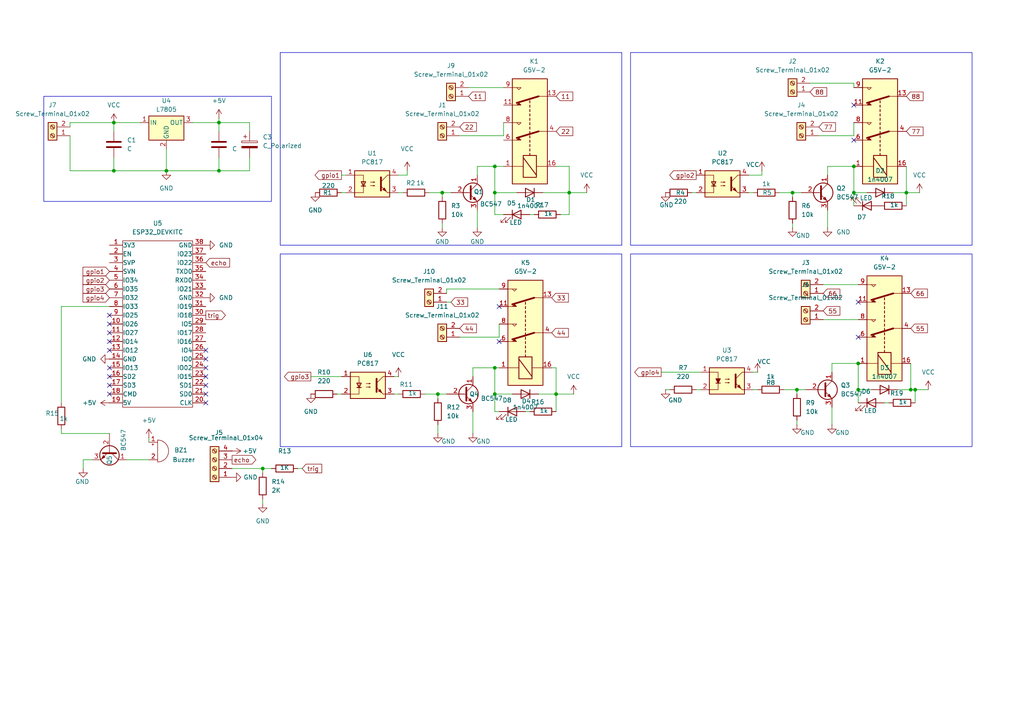
<source format=kicad_sch>
(kicad_sch (version 20250114) (generator "eeschema") (generator_version "9.0")
  (paper "A4")
  (lib_symbols
    (symbol "Connector:Screw_Terminal_01x02" (pin_names (offset 1.016) (hide yes))
      (property "Reference" "J" (at 0 2.54 0))
      (property "Value" "Screw_Terminal_01x02" (at 0 -5.08 0))
      (symbol "Screw_Terminal_01x02_1_1"
        (pin passive line (at -5.08 0 0) (length 3.81) (name "Pin_1") (number "1"))
        (pin passive line (at -5.08 -2.54 0) (length 3.81) (name "Pin_2") (number "2"))
      )
    )
    (symbol "Connector:Screw_Terminal_01x04" (pin_names (offset 1.016) (hide yes))
      (property "Reference" "J" (at 0 5.08 0))
      (property "Value" "Screw_Terminal_01x04" (at 0 -7.62 0))
      (symbol "Screw_Terminal_01x04_1_1"
        (pin passive line (at -5.08 2.54 0) (length 3.81) (name "Pin_1") (number "1"))
        (pin passive line (at -5.08 0 0) (length 3.81) (name "Pin_2") (number "2"))
        (pin passive line (at -5.08 -2.54 0) (length 3.81) (name "Pin_3") (number "3"))
        (pin passive line (at -5.08 -5.08 0) (length 3.81) (name "Pin_4") (number "4"))
      )
    )
    (symbol "Device:Buzzer" (pin_names (offset 0.0254) (hide yes))
      (property "Reference" "BZ" (at 3.81 1.27 0))
      (property "Value" "Buzzer" (at 3.81 -1.27 0))
      (symbol "Buzzer_1_1"
        (pin passive line (at -2.54 2.54 0) (length 2.54) (name "+") (number "1"))
        (pin passive line (at -2.54 -2.54 0) (length 2.54) (name "-") (number "2"))
      )
    )
    (symbol "Device:C" (pin_numbers (hide yes)) (pin_names (offset 0.254))
      (property "Reference" "C" (at 0.635 2.54 0))
      (property "Value" "C" (at 0.635 -2.54 0))
      (symbol "C_1_1"
        (pin passive line (at 0 3.81 270) (length 2.794) (name "~") (number "1"))
        (pin passive line (at 0 -3.81 90) (length 2.794) (name "~") (number "2"))
      )
    )
    (symbol "Device:C_Polarized" (pin_numbers (hide yes)) (pin_names (offset 0.254))
      (property "Reference" "C" (at 0.635 2.54 0))
      (property "Value" "C_Polarized" (at 0.635 -2.54 0))
      (symbol "C_Polarized_1_1"
        (pin passive line (at 0 3.81 270) (length 2.794) (name "~") (number "1"))
        (pin passive line (at 0 -3.81 90) (length 2.794) (name "~") (number "2"))
      )
    )
    (symbol "Device:D" (pin_numbers (hide yes)) (pin_names (offset 1.016) (hide yes))
      (property "Reference" "D" (at 0 2.54 0))
      (property "Value" "D" (at 0 -2.54 0))
      (symbol "D_1_1"
        (pin passive line (at -3.81 0 0) (length 2.54) (name "K") (number "1"))
        (pin passive line (at 3.81 0 180) (length 2.54) (name "A") (number "2"))
      )
    )
    (symbol "Device:LED" (pin_numbers (hide yes)) (pin_names (offset 1.016) (hide yes))
      (property "Reference" "D" (at 0 2.54 0))
      (property "Value" "LED" (at 0 -2.54 0))
      (symbol "LED_1_1"
        (pin passive line (at -3.81 0 0) (length 2.54) (name "K") (number "1"))
        (pin passive line (at 3.81 0 180) (length 2.54) (name "A") (number "2"))
      )
    )
    (symbol "Device:R" (pin_numbers (hide yes)) (pin_names (offset 0))
      (property "Reference" "R" (at 2.032 0 90))
      (property "Value" "R" (at 0 0 90))
      (symbol "R_1_1"
        (pin passive line (at 0 3.81 270) (length 1.27) (name "~") (number "1"))
        (pin passive line (at 0 -3.81 90) (length 1.27) (name "~") (number "2"))
      )
    )
    (symbol "EESTN5:BC547" (pin_names (offset 0) (hide yes))
      (property "Reference" "Q" (at 5.08 1.905 0))
      (property "Value" "BC547" (at 5.08 0 0))
      (symbol "BC547_1_1"
        (pin input line (at -5.08 0 0) (length 5.08) (name "B") (number "2"))
        (pin passive line (at 2.54 5.08 270) (length 2.54) (name "C") (number "1"))
        (pin passive line (at 2.54 -5.08 90) (length 2.54) (name "E") (number "3"))
      )
    )
    (symbol "EESTN5:ESP32_DEVKITC" (pin_names (offset 0.0254))
      (property "Reference" "U" (at 0 25.4 0))
      (property "Value" "ESP32_DEVKITC" (at 0 -25.4 0))
      (symbol "ESP32_DEVKITC_1_1"
        (pin passive line (at -13.97 22.86 0) (length 3.81) (name "3V3") (number "1"))
        (pin passive line (at -13.97 20.32 0) (length 3.81) (name "EN") (number "2"))
        (pin passive line (at -13.97 17.78 0) (length 3.81) (name "SVP") (number "3"))
        (pin passive line (at -13.97 15.24 0) (length 3.81) (name "SVN") (number "4"))
        (pin passive line (at -13.97 12.7 0) (length 3.81) (name "IO34") (number "5"))
        (pin passive line (at -13.97 10.16 0) (length 3.81) (name "IO35") (number "6"))
        (pin passive line (at -13.97 7.62 0) (length 3.81) (name "IO32") (number "7"))
        (pin passive line (at -13.97 5.08 0) (length 3.81) (name "IO33") (number "8"))
        (pin passive line (at -13.97 2.54 0) (length 3.81) (name "IO25") (number "9"))
        (pin passive line (at -13.97 0 0) (length 3.81) (name "IO26") (number "10"))
        (pin passive line (at -13.97 -2.54 0) (length 3.81) (name "IO27") (number "11"))
        (pin passive line (at -13.97 -5.08 0) (length 3.81) (name "IO14") (number "12"))
        (pin passive line (at -13.97 -7.62 0) (length 3.81) (name "IO12") (number "13"))
        (pin passive line (at -13.97 -10.16 0) (length 3.81) (name "GND") (number "14"))
        (pin passive line (at -13.97 -12.7 0) (length 3.81) (name "IO13") (number "15"))
        (pin passive line (at -13.97 -15.24 0) (length 3.81) (name "SD2") (number "16"))
        (pin passive line (at -13.97 -17.78 0) (length 3.81) (name "SD3") (number "17"))
        (pin passive line (at -13.97 -20.32 0) (length 3.81) (name "CMD") (number "18"))
        (pin passive line (at -13.97 -22.86 0) (length 3.81) (name "5V") (number "19"))
        (pin passive line (at 13.97 22.86 180) (length 3.81) (name "GND") (number "38"))
        (pin passive line (at 13.97 20.32 180) (length 3.81) (name "IO23") (number "37"))
        (pin passive line (at 13.97 17.78 180) (length 3.81) (name "IO22") (number "36"))
        (pin passive line (at 13.97 15.24 180) (length 3.81) (name "TXD0") (number "35"))
        (pin passive line (at 13.97 12.7 180) (length 3.81) (name "RXD0") (number "34"))
        (pin passive line (at 13.97 10.16 180) (length 3.81) (name "IO21") (number "33"))
        (pin passive line (at 13.97 7.62 180) (length 3.81) (name "GND") (number "32"))
        (pin passive line (at 13.97 5.08 180) (length 3.81) (name "IO19") (number "31"))
        (pin passive line (at 13.97 2.54 180) (length 3.81) (name "IO18") (number "30"))
        (pin passive line (at 13.97 0 180) (length 3.81) (name "IO5") (number "29"))
        (pin passive line (at 13.97 -2.54 180) (length 3.81) (name "IO17") (number "28"))
        (pin passive line (at 13.97 -5.08 180) (length 3.81) (name "IO16") (number "27"))
        (pin passive line (at 13.97 -7.62 180) (length 3.81) (name "IO4") (number "26"))
        (pin passive line (at 13.97 -10.16 180) (length 3.81) (name "IO0") (number "25"))
        (pin passive line (at 13.97 -12.7 180) (length 3.81) (name "IO02") (number "24"))
        (pin passive line (at 13.97 -15.24 180) (length 3.81) (name "IO15") (number "23"))
        (pin passive line (at 13.97 -17.78 180) (length 3.81) (name "SD1") (number "22"))
        (pin passive line (at 13.97 -20.32 180) (length 3.81) (name "SD0") (number "21"))
        (pin passive line (at 13.97 -22.86 180) (length 3.81) (name "CLK") (number "20"))
      )
    )
    (symbol "EESTN5:PC817" (pin_names (offset 1.016))
      (property "Reference" "U" (at -5.08 5.08 0))
      (property "Value" "PC817" (at 0 5.08 0))
      (symbol "PC817_1_1"
        (pin passive line (at -7.62 2.54 0) (length 2.54) (name "~") (number "1"))
        (pin passive line (at -7.62 -2.54 0) (length 2.54) (name "~") (number "2"))
        (pin passive line (at 7.62 2.54 180) (length 2.54) (name "~") (number "4"))
        (pin passive line (at 7.62 -2.54 180) (length 2.54) (name "~") (number "3"))
      )
    )
    (symbol "Isolator:PC817" (pin_names (offset 1.016))
      (property "Reference" "U" (at -5.08 5.08 0))
      (property "Value" "PC817" (at 0 5.08 0))
      (symbol "PC817_1_1"
        (pin passive line (at -7.62 2.54 0) (length 2.54) (name "~") (number "1"))
        (pin passive line (at -7.62 -2.54 0) (length 2.54) (name "~") (number "2"))
        (pin passive line (at 7.62 2.54 180) (length 2.54) (name "~") (number "4"))
        (pin passive line (at 7.62 -2.54 180) (length 2.54) (name "~") (number "3"))
      )
    )
    (symbol "Regulator_Linear:L7805" (pin_names (offset 0.254))
      (property "Reference" "U" (at -3.81 3.175 0))
      (property "Value" "L7805" (at 0 3.175 0))
      (symbol "L7805_1_1"
        (pin power_in line (at -7.62 0 0) (length 2.54) (name "IN") (number "1"))
        (pin power_in line (at 0 -7.62 90) (length 2.54) (name "GND") (number "2"))
        (pin power_out line (at 7.62 0 180) (length 2.54) (name "OUT") (number "3"))
      )
    )
    (symbol "Relay:G5V-2"
      (property "Reference" "K" (at 16.51 3.81 0))
      (property "Value" "G5V-2" (at 16.51 1.27 0))
      (symbol "G5V-2_1_1"
        (pin passive line (at -10.16 7.62 270) (length 2.54) (name "~") (number "1"))
        (pin passive line (at -10.16 -7.62 90) (length 2.54) (name "~") (number "16"))
        (pin passive line (at -2.54 7.62 270) (length 2.54) (name "~") (number "6"))
        (pin passive line (at 0 -7.62 90) (length 2.54) (name "~") (number "4"))
        (pin passive line (at 2.54 7.62 270) (length 2.54) (name "~") (number "8"))
        (pin passive line (at 7.62 7.62 270) (length 2.54) (name "~") (number "11"))
        (pin passive line (at 10.16 -7.62 90) (length 2.54) (name "~") (number "13"))
        (pin passive line (at 12.7 7.62 270) (length 2.54) (name "~") (number "9"))
      )
    )
    (symbol "power:+5V" (power) (pin_numbers (hide yes)) (pin_names (offset 0) (hide yes))
      (property "Value" "+5V" (at 0 3.556 0))
      (symbol "+5V_1_1"
        (pin power_in line (at 0 0 90) (length 0) (name "~") (number "1"))
      )
    )
    (symbol "power:GND" (power) (pin_numbers (hide yes)) (pin_names (offset 0) (hide yes))
      (property "Value" "GND" (at 0 -3.81 0))
      (symbol "GND_1_1"
        (pin power_in line (at 0 0 270) (length 0) (name "~") (number "1"))
      )
    )
    (symbol "power:VCC" (power) (pin_numbers (hide yes)) (pin_names (offset 0) (hide yes))
      (property "Value" "VCC" (at 0 3.556 0))
      (symbol "VCC_1_1"
        (pin power_in line (at 0 0 90) (length 0) (name "~") (number "1"))
      )
    )
  )
  (rectangle (start 182.88 15.24) (end 281.94 71.12))
  (rectangle (start 81.28 15.24) (end 180.34 71.12))
  (rectangle (start 182.88 73.66) (end 281.94 129.54))
  (rectangle (start 12.7 27.94) (end 78.74 58.42))
  (rectangle (start 81.28 73.66) (end 180.34 129.54))
  (junction (at 143.51 114.3))
  (junction (at 231.14 113.03))
  (junction (at 262.89 55.88))
  (junction (at 161.29 114.3))
  (junction (at 33.02 49.53))
  (junction (at 248.92 113.03))
  (junction (at 143.51 48.26))
  (junction (at 76.2 135.89))
  (junction (at 264.16 113.03))
  (junction (at 33.02 35.56))
  (junction (at 247.65 48.26))
  (junction (at 143.51 55.88))
  (junction (at 63.5 49.53))
  (junction (at 248.92 105.41))
  (junction (at 229.87 55.88))
  (junction (at 128.27 55.88))
  (junction (at 165.1 55.88))
  (junction (at 143.51 106.68))
  (junction (at 247.65 55.88))
  (junction (at 127 114.3))
  (junction (at 63.5 35.56))
  (junction (at 265.43 113.03))
  (junction (at 48.26 49.53))
  (no_connect (at 59.69 116.84))
  (no_connect (at 247.65 30.48))
  (no_connect (at 59.69 111.76))
  (no_connect (at 248.92 87.63))
  (no_connect (at 31.75 101.6))
  (no_connect (at 31.75 91.44))
  (no_connect (at 31.75 114.3))
  (no_connect (at 59.69 109.22))
  (no_connect (at 31.75 111.76))
  (no_connect (at 31.75 109.22))
  (no_connect (at 31.75 106.68))
  (no_connect (at 59.69 101.6))
  (no_connect (at 31.75 99.06))
  (no_connect (at 59.69 104.14))
  (no_connect (at 59.69 114.3))
  (no_connect (at 31.75 93.98))
  (no_connect (at 31.75 96.52))
  (no_connect (at 144.78 88.9))
  (no_connect (at 248.92 97.79))
  (no_connect (at 247.65 40.64))
  (no_connect (at 59.69 106.68))
  (no_connect (at 144.78 99.06))
  (wire (pts (xy 17.78 116.84) (xy 17.78 88.9)))
  (wire (pts (xy 143.51 48.26) (xy 146.05 48.26)))
  (wire (pts (xy 240.03 60.96) (xy 240.03 66.04)))
  (wire (pts (xy 115.57 50.8) (xy 118.11 50.8)))
  (wire (pts (xy 166.37 114.3) (xy 161.29 114.3)))
  (wire (pts (xy 262.89 55.88) (xy 262.89 59.69)))
  (wire (pts (xy 33.02 38.1) (xy 33.02 35.56)))
  (wire (pts (xy 201.93 55.88) (xy 200.66 55.88)))
  (wire (pts (xy 262.89 55.88) (xy 266.7 55.88)))
  (wire (pts (xy 227.33 113.03) (xy 231.14 113.03)))
  (wire (pts (xy 146.05 35.56) (xy 146.05 39.37)))
  (wire (pts (xy 63.5 34.29) (xy 63.5 35.56)))
  (wire (pts (xy 165.1 55.88) (xy 165.1 48.26)))
  (wire (pts (xy 161.29 106.68) (xy 160.02 106.68)))
  (wire (pts (xy 127 114.3) (xy 127 115.57)))
  (wire (pts (xy 248.92 92.71) (xy 238.76 92.71)))
  (wire (pts (xy 63.5 38.1) (xy 63.5 35.56)))
  (wire (pts (xy 20.32 49.53) (xy 33.02 49.53)))
  (wire (pts (xy 153.67 62.23) (xy 154.94 62.23)))
  (wire (pts (xy 247.65 55.88) (xy 247.65 59.69)))
  (wire (pts (xy 193.04 113.03) (xy 194.31 113.03)))
  (wire (pts (xy 115.57 55.88) (xy 116.84 55.88)))
  (wire (pts (xy 241.3 105.41) (xy 241.3 107.95)))
  (wire (pts (xy 137.16 119.38) (xy 137.16 125.73)))
  (wire (pts (xy 265.43 113.03) (xy 265.43 116.84)))
  (wire (pts (xy 156.21 114.3) (xy 161.29 114.3)))
  (wire (pts (xy 265.43 113.03) (xy 264.16 113.03)))
  (wire (pts (xy 144.78 83.82) (xy 129.54 83.82)))
  (wire (pts (xy 115.57 109.22) (xy 114.3 109.22)))
  (wire (pts (xy 161.29 114.3) (xy 161.29 106.68)))
  (wire (pts (xy 264.16 113.03) (xy 264.16 105.41)))
  (wire (pts (xy 191.77 107.95) (xy 203.2 107.95)))
  (wire (pts (xy 20.32 39.37) (xy 20.32 49.53)))
  (wire (pts (xy 33.02 45.72) (xy 33.02 49.53)))
  (wire (pts (xy 24.13 133.35) (xy 26.67 133.35)))
  (wire (pts (xy 143.51 119.38) (xy 143.51 114.3)))
  (wire (pts (xy 17.78 125.73) (xy 17.78 124.46)))
  (wire (pts (xy 36.83 133.35) (xy 43.18 133.35)))
  (wire (pts (xy 265.43 113.03) (xy 269.24 113.03)))
  (wire (pts (xy 252.73 113.03) (xy 248.92 113.03)))
  (wire (pts (xy 248.92 113.03) (xy 248.92 116.84)))
  (wire (pts (xy 17.78 88.9) (xy 31.75 88.9)))
  (wire (pts (xy 133.35 39.37) (xy 146.05 39.37)))
  (wire (pts (xy 128.27 55.88) (xy 130.81 55.88)))
  (wire (pts (xy 55.88 35.56) (xy 63.5 35.56)))
  (wire (pts (xy 63.5 35.56) (xy 72.39 35.56)))
  (wire (pts (xy 100.33 55.88) (xy 99.06 55.88)))
  (wire (pts (xy 231.14 113.03) (xy 231.14 114.3)))
  (wire (pts (xy 247.65 55.88) (xy 247.65 48.26)))
  (wire (pts (xy 226.06 55.88) (xy 229.87 55.88)))
  (wire (pts (xy 90.17 109.22) (xy 99.06 109.22)))
  (wire (pts (xy 229.87 55.88) (xy 229.87 57.15)))
  (wire (pts (xy 241.3 105.41) (xy 248.92 105.41)))
  (wire (pts (xy 144.78 119.38) (xy 143.51 119.38)))
  (wire (pts (xy 165.1 55.88) (xy 157.48 55.88)))
  (wire (pts (xy 138.43 48.26) (xy 138.43 50.8)))
  (wire (pts (xy 143.51 55.88) (xy 143.51 48.26)))
  (wire (pts (xy 143.51 114.3) (xy 148.59 114.3)))
  (wire (pts (xy 257.81 116.84) (xy 256.54 116.84)))
  (wire (pts (xy 220.98 50.8) (xy 220.98 49.53)))
  (wire (pts (xy 129.54 83.82) (xy 129.54 85.09)))
  (wire (pts (xy 72.39 45.72) (xy 72.39 49.53)))
  (wire (pts (xy 24.13 133.35) (xy 24.13 135.89)))
  (wire (pts (xy 76.2 144.78) (xy 76.2 146.05)))
  (wire (pts (xy 217.17 50.8) (xy 220.98 50.8)))
  (wire (pts (xy 248.92 113.03) (xy 248.92 105.41)))
  (wire (pts (xy 240.03 48.26) (xy 247.65 48.26)))
  (wire (pts (xy 76.2 135.89) (xy 78.74 135.89)))
  (wire (pts (xy 48.26 49.53) (xy 63.5 49.53)))
  (wire (pts (xy 161.29 48.26) (xy 165.1 48.26)))
  (wire (pts (xy 137.16 106.68) (xy 137.16 109.22)))
  (wire (pts (xy 231.14 121.92) (xy 231.14 123.19)))
  (wire (pts (xy 165.1 62.23) (xy 165.1 55.88)))
  (wire (pts (xy 118.11 50.8) (xy 118.11 49.53)))
  (wire (pts (xy 143.51 114.3) (xy 143.51 106.68)))
  (wire (pts (xy 238.76 82.55) (xy 248.92 82.55)))
  (wire (pts (xy 86.36 135.89) (xy 87.63 135.89)))
  (wire (pts (xy 43.18 127) (xy 43.18 128.27)))
  (wire (pts (xy 262.89 55.88) (xy 262.89 48.26)))
  (wire (pts (xy 153.67 119.38) (xy 152.4 119.38)))
  (wire (pts (xy 251.46 55.88) (xy 247.65 55.88)))
  (wire (pts (xy 129.54 87.63) (xy 130.81 87.63)))
  (wire (pts (xy 165.1 55.88) (xy 170.18 55.88)))
  (wire (pts (xy 63.5 49.53) (xy 63.5 45.72)))
  (wire (pts (xy 67.31 135.89) (xy 76.2 135.89)))
  (wire (pts (xy 144.78 93.98) (xy 144.78 97.79)))
  (wire (pts (xy 247.65 25.4) (xy 247.65 24.13)))
  (wire (pts (xy 143.51 62.23) (xy 143.51 55.88)))
  (wire (pts (xy 161.29 119.38) (xy 161.29 114.3)))
  (wire (pts (xy 143.51 106.68) (xy 144.78 106.68)))
  (wire (pts (xy 229.87 64.77) (xy 229.87 66.04)))
  (wire (pts (xy 72.39 49.53) (xy 63.5 49.53)))
  (wire (pts (xy 264.16 113.03) (xy 260.35 113.03)))
  (wire (pts (xy 240.03 48.26) (xy 240.03 50.8)))
  (wire (pts (xy 114.3 114.3) (xy 115.57 114.3)))
  (wire (pts (xy 33.02 49.53) (xy 48.26 49.53)))
  (wire (pts (xy 217.17 55.88) (xy 218.44 55.88)))
  (wire (pts (xy 99.06 50.8) (xy 100.33 50.8)))
  (wire (pts (xy 203.2 113.03) (xy 201.93 113.03)))
  (wire (pts (xy 237.49 39.37) (xy 247.65 39.37)))
  (wire (pts (xy 146.05 62.23) (xy 143.51 62.23)))
  (wire (pts (xy 76.2 137.16) (xy 76.2 135.89)))
  (wire (pts (xy 218.44 113.03) (xy 219.71 113.03)))
  (wire (pts (xy 123.19 114.3) (xy 127 114.3)))
  (wire (pts (xy 241.3 118.11) (xy 241.3 123.19)))
  (wire (pts (xy 20.32 35.56) (xy 33.02 35.56)))
  (wire (pts (xy 33.02 35.56) (xy 40.64 35.56)))
  (wire (pts (xy 231.14 113.03) (xy 233.68 113.03)))
  (wire (pts (xy 144.78 97.79) (xy 133.35 97.79)))
  (wire (pts (xy 128.27 55.88) (xy 128.27 57.15)))
  (wire (pts (xy 99.06 114.3) (xy 97.79 114.3)))
  (wire (pts (xy 127 114.3) (xy 129.54 114.3)))
  (wire (pts (xy 135.89 25.4) (xy 146.05 25.4)))
  (wire (pts (xy 72.39 35.56) (xy 72.39 38.1)))
  (wire (pts (xy 162.56 62.23) (xy 165.1 62.23)))
  (wire (pts (xy 229.87 55.88) (xy 232.41 55.88)))
  (wire (pts (xy 247.65 24.13) (xy 234.95 24.13)))
  (wire (pts (xy 138.43 48.26) (xy 143.51 48.26)))
  (wire (pts (xy 137.16 106.68) (xy 143.51 106.68)))
  (wire (pts (xy 20.32 36.83) (xy 20.32 35.56)))
  (wire (pts (xy 127 123.19) (xy 127 125.73)))
  (wire (pts (xy 31.75 125.73) (xy 17.78 125.73)))
  (wire (pts (xy 219.71 107.95) (xy 218.44 107.95)))
  (wire (pts (xy 48.26 43.18) (xy 48.26 49.53)))
  (wire (pts (xy 124.46 55.88) (xy 128.27 55.88)))
  (wire (pts (xy 262.89 55.88) (xy 259.08 55.88)))
  (wire (pts (xy 143.51 55.88) (xy 149.86 55.88)))
  (wire (pts (xy 128.27 64.77) (xy 128.27 66.04)))
  (wire (pts (xy 138.43 60.96) (xy 138.43 66.04)))
  (wire (pts (xy 247.65 35.56) (xy 247.65 39.37)))
  (global_label "trig" (shape input) (at 87.63 135.89 0) (property "Intersheetrefs" "${INTERSHEET_REFS}" (effects (hide yes))))
  (global_label "gpio3" (shape output) (at 90.17 109.22 180) (property "Intersheetrefs" "${INTERSHEET_REFS}" (effects (hide yes))))
  (global_label "11" (shape input) (at 135.89 27.94 0) (property "Intersheetrefs" "${INTERSHEET_REFS}" (effects (hide yes))))
  (global_label "88" (shape input) (at 234.95 26.67 0) (property "Intersheetrefs" "${INTERSHEET_REFS}" (effects (hide yes))))
  (global_label "88" (shape input) (at 262.89 27.94 0) (property "Intersheetrefs" "${INTERSHEET_REFS}" (effects (hide yes))))
  (global_label "33" (shape input) (at 130.81 87.63 0) (property "Intersheetrefs" "${INTERSHEET_REFS}" (effects (hide yes))))
  (global_label "gpio4" (shape input) (at 31.75 86.36 180) (property "Intersheetrefs" "${INTERSHEET_REFS}" (effects (hide yes))))
  (global_label "33" (shape input) (at 160.02 86.36 0) (property "Intersheetrefs" "${INTERSHEET_REFS}" (effects (hide yes))))
  (global_label "44" (shape input) (at 133.35 95.25 0) (property "Intersheetrefs" "${INTERSHEET_REFS}" (effects (hide yes))))
  (global_label "echo" (shape input) (at 59.69 76.2 0) (property "Intersheetrefs" "${INTERSHEET_REFS}" (effects (hide yes))))
  (global_label "11" (shape input) (at 161.29 27.94 0) (property "Intersheetrefs" "${INTERSHEET_REFS}" (effects (hide yes))))
  (global_label "22" (shape input) (at 161.29 38.1 0) (property "Intersheetrefs" "${INTERSHEET_REFS}" (effects (hide yes))))
  (global_label "66" (shape input) (at 238.76 85.09 0) (property "Intersheetrefs" "${INTERSHEET_REFS}" (effects (hide yes))))
  (global_label "gpio4" (shape output) (at 191.77 107.95 180) (property "Intersheetrefs" "${INTERSHEET_REFS}" (effects (hide yes))))
  (global_label "gpio2" (shape input) (at 31.75 81.28 180) (property "Intersheetrefs" "${INTERSHEET_REFS}" (effects (hide yes))))
  (global_label "77" (shape input) (at 262.89 38.1 0) (property "Intersheetrefs" "${INTERSHEET_REFS}" (effects (hide yes))))
  (global_label "trig" (shape output) (at 59.69 91.44 0) (property "Intersheetrefs" "${INTERSHEET_REFS}" (effects (hide yes))))
  (global_label "77" (shape input) (at 237.49 36.83 0) (property "Intersheetrefs" "${INTERSHEET_REFS}" (effects (hide yes))))
  (global_label "gpio3" (shape input) (at 31.75 83.82 180) (property "Intersheetrefs" "${INTERSHEET_REFS}" (effects (hide yes))))
  (global_label "66" (shape input) (at 264.16 85.09 0) (property "Intersheetrefs" "${INTERSHEET_REFS}" (effects (hide yes))))
  (global_label "44" (shape input) (at 160.02 96.52 0) (property "Intersheetrefs" "${INTERSHEET_REFS}" (effects (hide yes))))
  (global_label "echo" (shape output) (at 67.31 133.35 0) (property "Intersheetrefs" "${INTERSHEET_REFS}" (effects (hide yes))))
  (global_label "gpio1" (shape output) (at 99.06 50.8 180) (property "Intersheetrefs" "${INTERSHEET_REFS}" (effects (hide yes))))
  (global_label "55" (shape input) (at 264.16 95.25 0) (property "Intersheetrefs" "${INTERSHEET_REFS}" (effects (hide yes))))
  (global_label "22" (shape input) (at 133.35 36.83 0) (property "Intersheetrefs" "${INTERSHEET_REFS}" (effects (hide yes))))
  (global_label "gpio2" (shape output) (at 201.93 50.8 180) (property "Intersheetrefs" "${INTERSHEET_REFS}" (effects (hide yes))))
  (global_label "gpio1" (shape input) (at 31.75 78.74 180) (property "Intersheetrefs" "${INTERSHEET_REFS}" (effects (hide yes))))
  (global_label "55" (shape input) (at 238.76 90.17 0) (property "Intersheetrefs" "${INTERSHEET_REFS}" (effects (hide yes))))
  (symbol (lib_id "power:GND") (at 229.87 66.04 0) (unit 1)
    (property "Reference" "#PWR031" (effects (hide yes)))
    (property "Value" "GND" (at 232.918 68.326 0))
    (property "Description" "Power symbol creates a global label with name \"GND\" , ground" (effects (hide yes)))
  )
  (symbol (lib_id "Device:R") (at 17.78 120.65 0) (unit 1)
    (property "Reference" "R15" (at 13.208 119.888 0) (effects (justify left)))
    (property "Value" "1k" (at 17.272 121.412 0) (effects (justify left)))
    (property "Footprint" "Resistor_SMD:R_0805_2012Metric_Pad1.20x1.40mm_HandSolder" (effects (hide yes)))
    (property "Description" "Resistor" (effects (hide yes)))
  )
  (symbol (lib_id "power:VCC") (at 266.7 55.88 0) (unit 1)
    (property "Reference" "#PWR018" (effects (hide yes)))
    (property "Value" "VCC" (at 266.7 50.8 0))
    (property "Description" "Power symbol creates a global label with name \"VCC\"" (effects (hide yes)))
  )
  (symbol (lib_id "Connector:Screw_Terminal_01x02") (at 229.87 26.67 180) (unit 1)
    (property "Reference" "J2" (at 229.87 17.78 0))
    (property "Value" "Screw_Terminal_01x02" (at 229.87 20.32 0))
    (property "Footprint" "TerminalBlock:TerminalBlock_Altech_AK300-2_P5.00mm" (effects (hide yes)))
    (property "Description" "Generic screw terminal, single row, 01x02, script generated (kicad-library-utils/schlib/autogen/connector/)" (effects (hide yes)))
  )
  (symbol (lib_id "power:GND") (at 193.04 55.88 0) (unit 1)
    (property "Reference" "#PWR07" (effects (hide yes)))
    (property "Value" "GND" (at 191.262 59.436 0) (effects (justify left)))
    (property "Description" "Power symbol creates a global label with name \"GND\" , ground" (effects (hide yes)))
  )
  (symbol (lib_id "Connector:Screw_Terminal_01x02") (at 128.27 39.37 180) (unit 1)
    (property "Reference" "J1" (at 128.27 30.48 0))
    (property "Value" "Screw_Terminal_01x02" (at 128.27 33.02 0))
    (property "Footprint" "TerminalBlock:TerminalBlock_Altech_AK300-2_P5.00mm" (effects (hide yes)))
    (property "Description" "Generic screw terminal, single row, 01x02, script generated (kicad-library-utils/schlib/autogen/connector/)" (effects (hide yes)))
  )
  (symbol (lib_id "power:GND") (at 193.04 113.03 0) (unit 1)
    (property "Reference" "#PWR019" (effects (hide yes)))
    (property "Value" "GND" (at 193.802 116.078 0) (effects (justify left)))
    (property "Description" "Power symbol creates a global label with name \"GND\" , ground" (effects (hide yes)))
  )
  (symbol (lib_id "Device:R") (at 223.52 113.03 90) (unit 1)
    (property "Reference" "R8" (at 223.52 110.998 90))
    (property "Value" "1k" (at 223.52 109.22 90))
    (property "Footprint" "Resistor_SMD:R_0805_2012Metric_Pad1.20x1.40mm_HandSolder" (effects (hide yes)))
    (property "Description" "Resistor" (effects (hide yes)))
  )
  (symbol (lib_id "Device:R") (at 231.14 118.11 0) (unit 1)
    (property "Reference" "R9" (at 233.68 116.8399 0) (effects (justify left)))
    (property "Value" "10k" (at 233.68 119.3799 0) (effects (justify left)))
    (property "Footprint" "Resistor_SMD:R_0805_2012Metric_Pad1.20x1.40mm_HandSolder" (effects (hide yes)))
    (property "Description" "Resistor" (effects (hide yes)))
  )
  (symbol (lib_id "Connector:Screw_Terminal_01x04") (at 62.23 135.89 180) (unit 1)
    (property "Reference" "J5" (at 63.5 125.476 0))
    (property "Value" "Screw_Terminal_01x04" (at 65.532 127 0))
    (property "Footprint" "EESTN5:pin_strip_4" (effects (hide yes)))
    (property "Description" "Generic screw terminal, single row, 01x04, script generated (kicad-library-utils/schlib/autogen/connector/)" (effects (hide yes)))
  )
  (symbol (lib_id "Relay:G5V-2") (at 255.27 38.1 90) (unit 1)
    (property "Reference" "K2" (at 255.27 17.78 90))
    (property "Value" "G5V-2" (at 255.27 20.32 90))
    (property "Footprint" "Relay_THT:Relay_DPDT_Omron_G5V-2" (effects (hide yes)))
    (property "Datasheet" "http://omronfs.omron.com/en_US/ecb/products/pdf/en-g5v_2.pdf" (effects (hide yes)))
    (property "Description" "Relay Miniature Omron DPDT" (effects (hide yes)))
  )
  (symbol (lib_id "Relay:G5V-2") (at 256.54 95.25 90) (unit 1)
    (property "Reference" "K4" (at 256.54 74.93 90))
    (property "Value" "G5V-2" (at 256.54 77.47 90))
    (property "Footprint" "Relay_THT:Relay_DPDT_Omron_G5V-2" (effects (hide yes)))
    (property "Datasheet" "http://omronfs.omron.com/en_US/ecb/products/pdf/en-g5v_2.pdf" (effects (hide yes)))
    (property "Description" "Relay Miniature Omron DPDT" (effects (hide yes)))
  )
  (symbol (lib_id "Device:C") (at 33.02 41.91 0) (unit 1)
    (property "Reference" "C1" (at 36.83 40.6399 0) (effects (justify left)))
    (property "Value" "C" (at 36.83 43.1799 0) (effects (justify left)))
    (property "Footprint" "Capacitor_SMD:C_0805_2012Metric_Pad1.18x1.45mm_HandSolder" (effects (hide yes)))
    (property "Description" "Unpolarized capacitor" (effects (hide yes)))
  )
  (symbol (lib_id "Connector:Screw_Terminal_01x02") (at 130.81 27.94 180) (unit 1)
    (property "Reference" "J9" (at 130.81 19.05 0))
    (property "Value" "Screw_Terminal_01x02" (at 130.81 21.59 0))
    (property "Footprint" "TerminalBlock:TerminalBlock_Altech_AK300-2_P5.00mm" (effects (hide yes)))
    (property "Description" "Generic screw terminal, single row, 01x02, script generated (kicad-library-utils/schlib/autogen/connector/)" (effects (hide yes)))
  )
  (symbol (lib_id "EESTN5:BC547") (at 134.62 114.3 0) (unit 1)
    (property "Reference" "Q4" (at 136.144 114.3 0) (effects (justify left)))
    (property "Value" "BC547" (at 139.446 115.57 0) (effects (justify left)))
    (property "Footprint" "Package_TO_SOT_THT:TO-92_Inline_Wide" (effects (hide yes)))
    (property "Datasheet" "http://www.fairchildsemi.com/ds/BC/BC547.pdf" (effects (hide yes)))
    (property "Description" "45V Vce, 0.1A Ic, NPN, Small Signal Transistor, TO-92" (effects (hide yes)))
  )
  (symbol (lib_id "power:GND") (at 127 125.73 0) (unit 1)
    (property "Reference" "#PWR021" (effects (hide yes)))
    (property "Value" "GND" (at 130.048 128.016 0))
    (property "Description" "Power symbol creates a global label with name \"GND\" , ground" (effects (hide yes)))
  )
  (symbol (lib_id "power:GND") (at 138.43 66.04 0) (unit 1)
    (property "Reference" "#PWR06" (effects (hide yes)))
    (property "Value" "GND" (at 138.43 70.104 0))
    (property "Description" "Power symbol creates a global label with name \"GND\" , ground" (effects (hide yes)))
  )
  (symbol (lib_id "Device:LED") (at 252.73 116.84 0) (unit 1)
    (property "Reference" "D6" (at 251.206 113.538 0))
    (property "Value" "LED" (at 252.476 119.126 0))
    (property "Footprint" "LED_SMD:LED_PLCC-2_3.4x3.0mm_AK" (effects (hide yes)))
    (property "Description" "Light emitting diode" (effects (hide yes)))
  )
  (symbol (lib_id "power:VCC") (at 170.18 55.88 0) (unit 1)
    (property "Reference" "#PWR05" (effects (hide yes)))
    (property "Value" "VCC" (at 170.18 50.8 0))
    (property "Description" "Power symbol creates a global label with name \"VCC\"" (effects (hide yes)))
  )
  (symbol (lib_id "Device:D") (at 256.54 113.03 180) (unit 1)
    (property "Reference" "D3" (at 256.54 106.68 0))
    (property "Value" "1n4007" (at 256.54 109.22 0))
    (property "Footprint" "Diode_SMD:D_SMA" (effects (hide yes)))
    (property "Description" "Diode" (effects (hide yes)))
    (property "Sim.Device" "D" (effects (hide yes)))
    (property "Sim.Pins" "1=K 2=A" (effects (hide yes)))
  )
  (symbol (lib_id "Device:R") (at 119.38 114.3 90) (unit 1)
    (property "Reference" "R11" (at 117.856 111.506 90))
    (property "Value" "1k" (at 119.634 114.046 90))
    (property "Footprint" "Resistor_SMD:R_0805_2012Metric_Pad1.20x1.40mm_HandSolder" (effects (hide yes)))
    (property "Description" "Resistor" (effects (hide yes)))
  )
  (symbol (lib_id "power:GND") (at 67.31 138.43 90) (unit 1)
    (property "Reference" "#PWR017" (effects (hide yes)))
    (property "Value" "GND" (at 70.612 138.43 90) (effects (justify right)))
    (property "Description" "Power symbol creates a global label with name \"GND\" , ground" (effects (hide yes)))
  )
  (symbol (lib_id "Device:Buzzer") (at 45.72 130.81 0) (unit 1)
    (property "Reference" "BZ1" (at 50.546 130.556 0) (effects (justify left)))
    (property "Value" "Buzzer" (at 50.038 133.35 0) (effects (justify left)))
    (property "Footprint" "EESTN5:Pin_Header_2" (effects (hide yes)))
    (property "Description" "Buzzer, polarized" (effects (hide yes)))
  )
  (symbol (lib_id "power:+5V") (at 67.31 130.81 270) (unit 1)
    (property "Reference" "#PWR016" (effects (hide yes)))
    (property "Value" "+5V" (at 70.358 130.81 90) (effects (justify left)))
    (property "Description" "Power symbol creates a global label with name \"+5V\"" (effects (hide yes)))
  )
  (symbol (lib_id "Device:R") (at 229.87 60.96 0) (unit 1)
    (property "Reference" "R6" (at 232.41 59.6899 0) (effects (justify left)))
    (property "Value" "10k" (at 232.41 62.2299 0) (effects (justify left)))
    (property "Footprint" "Resistor_SMD:R_0805_2012Metric_Pad1.20x1.40mm_HandSolder" (effects (hide yes)))
    (property "Description" "Resistor" (effects (hide yes)))
  )
  (symbol (lib_id "EESTN5:BC547") (at 135.89 55.88 0) (unit 1)
    (property "Reference" "Q1" (at 137.414 55.626 0) (effects (justify left)))
    (property "Value" "BC547" (at 139.192 59.182 0) (effects (justify left)))
    (property "Footprint" "Package_TO_SOT_THT:TO-92_Inline_Wide" (effects (hide yes)))
    (property "Datasheet" "http://www.fairchildsemi.com/ds/BC/BC547.pdf" (effects (hide yes)))
    (property "Description" "45V Vce, 0.1A Ic, NPN, Small Signal Transistor, TO-92" (effects (hide yes)))
  )
  (symbol (lib_id "Device:R") (at 128.27 60.96 0) (unit 1)
    (property "Reference" "R3" (at 130.81 59.6899 0) (effects (justify left)))
    (property "Value" "10k" (at 130.81 62.2299 0) (effects (justify left)))
    (property "Footprint" "Resistor_SMD:R_0805_2012Metric_Pad1.20x1.40mm_HandSolder" (effects (hide yes)))
    (property "Description" "Resistor" (effects (hide yes)))
  )
  (symbol (lib_id "Connector:Screw_Terminal_01x02") (at 233.68 85.09 180) (unit 1)
    (property "Reference" "J3" (at 233.68 76.2 0))
    (property "Value" "Screw_Terminal_01x02" (at 233.68 78.74 0))
    (property "Footprint" "TerminalBlock:TerminalBlock_Altech_AK300-2_P5.00mm" (effects (hide yes)))
    (property "Description" "Generic screw terminal, single row, 01x02, script generated (kicad-library-utils/schlib/autogen/connector/)" (effects (hide yes)))
  )
  (symbol (lib_id "EESTN5:BC547") (at 31.75 130.81 270) (unit 1)
    (property "Reference" "Q5" (at 31.75 132.08 0) (effects (justify left)))
    (property "Value" "BC547" (at 35.814 124.46 0) (effects (justify left)))
    (property "Footprint" "Package_TO_SOT_SMD:SOT-23" (effects (hide yes)))
    (property "Datasheet" "http://www.fairchildsemi.com/ds/BC/BC547.pdf" (effects (hide yes)))
    (property "Description" "45V Vce, 0.1A Ic, NPN, Small Signal Transistor, TO-92" (effects (hide yes)))
  )
  (symbol (lib_id "Device:R") (at 261.62 116.84 90) (unit 1)
    (property "Reference" "R19" (at 260.096 114.046 90))
    (property "Value" "1k" (at 261.874 116.586 90))
    (property "Footprint" "Resistor_SMD:R_0805_2012Metric_Pad1.20x1.40mm_HandSolder" (effects (hide yes)))
    (property "Description" "Resistor" (effects (hide yes)))
  )
  (symbol (lib_id "Device:C_Polarized") (at 72.39 41.91 0) (unit 1)
    (property "Reference" "C3" (at 76.2 39.7509 0) (effects (justify left)))
    (property "Value" "C_Polarized" (at 76.2 42.2909 0) (effects (justify left)))
    (property "Footprint" "Capacitor_THT:C_Radial_D6.3mm_H5.0mm_P2.50mm" (effects (hide yes)))
    (property "Description" "Polarized capacitor" (effects (hide yes)))
  )
  (symbol (lib_id "Connector:Screw_Terminal_01x02") (at 128.27 97.79 180) (unit 1)
    (property "Reference" "J11" (at 128.27 88.9 0))
    (property "Value" "Screw_Terminal_01x02" (at 128.27 91.44 0))
    (property "Footprint" "TerminalBlock:TerminalBlock_Altech_AK300-2_P5.00mm" (effects (hide yes)))
    (property "Description" "Generic screw terminal, single row, 01x02, script generated (kicad-library-utils/schlib/autogen/connector/)" (effects (hide yes)))
  )
  (symbol (lib_id "power:+5V") (at 63.5 34.29 0) (unit 1)
    (property "Reference" "#PWR012" (effects (hide yes)))
    (property "Value" "+5V" (at 63.5 29.21 0))
    (property "Description" "Power symbol creates a global label with name \"+5V\"" (effects (hide yes)))
  )
  (symbol (lib_id "power:+5V") (at 43.18 127 0) (unit 1)
    (property "Reference" "#PWR032" (effects (hide yes)))
    (property "Value" "+5V" (at 43.18 121.92 0))
    (property "Description" "Power symbol creates a global label with name \"+5V\"" (effects (hide yes)))
  )
  (symbol (lib_id "EESTN5:PC817") (at 210.82 110.49 0) (unit 1)
    (property "Reference" "U3" (at 210.82 101.6 0))
    (property "Value" "PC817" (at 210.82 104.14 0))
    (property "Footprint" "EESTN5:DIP-4_PC817" (effects (hide yes)))
    (property "Datasheet" "http://www.soselectronic.cz/a_info/resource/d/pc817.pdf" (effects (hide yes)))
    (property "Description" "DC Optocoupler, Vce 35V, CTR 50-300%, DIP4" (effects (hide yes)))
  )
  (symbol (lib_id "power:GND") (at 24.13 135.89 0) (unit 1)
    (property "Reference" "#PWR01" (effects (hide yes)))
    (property "Value" "GND" (at 25.908 139.7 0) (effects (justify right)))
    (property "Description" "Power symbol creates a global label with name \"GND\" , ground" (effects (hide yes)))
  )
  (symbol (lib_id "Connector:Screw_Terminal_01x02") (at 15.24 39.37 180) (unit 1)
    (property "Reference" "J7" (at 15.24 30.48 0))
    (property "Value" "Screw_Terminal_01x02" (at 15.24 33.02 0))
    (property "Footprint" "EESTN5:BORNERA2" (effects (hide yes)))
    (property "Description" "Generic screw terminal, single row, 01x02, script generated (kicad-library-utils/schlib/autogen/connector/)" (effects (hide yes)))
  )
  (symbol (lib_id "power:GND") (at 31.75 104.14 270) (unit 1)
    (property "Reference" "#PWR015" (effects (hide yes)))
    (property "Value" "GND" (at 27.94 104.1399 90) (effects (justify right)))
    (property "Description" "Power symbol creates a global label with name \"GND\" , ground" (effects (hide yes)))
  )
  (symbol (lib_id "Device:R") (at 198.12 113.03 90) (unit 1)
    (property "Reference" "R7" (at 198.12 106.68 90))
    (property "Value" "220" (at 198.12 109.22 90))
    (property "Footprint" "Resistor_SMD:R_0805_2012Metric_Pad1.20x1.40mm_HandSolder" (effects (hide yes)))
    (property "Description" "Resistor" (effects (hide yes)))
  )
  (symbol (lib_id "power:VCC") (at 166.37 114.3 0) (unit 1)
    (property "Reference" "#PWR028" (effects (hide yes)))
    (property "Value" "VCC" (at 166.37 109.22 0))
    (property "Description" "Power symbol creates a global label with name \"VCC\"" (effects (hide yes)))
  )
  (symbol (lib_id "Isolator:PC817") (at 209.55 53.34 0) (unit 1)
    (property "Reference" "U2" (at 209.55 44.45 0))
    (property "Value" "PC817" (at 209.55 46.99 0))
    (property "Footprint" "Package_DIP:DIP-4_W7.62mm" (effects (hide yes)))
    (property "Datasheet" "http://www.soselectronic.cz/a_info/resource/d/pc817.pdf" (effects (hide yes)))
    (property "Description" "DC Optocoupler, Vce 35V, CTR 50-300%, DIP-4" (effects (hide yes)))
  )
  (symbol (lib_id "power:VCC") (at 118.11 49.53 0) (unit 1)
    (property "Reference" "#PWR04" (effects (hide yes)))
    (property "Value" "VCC" (at 118.11 43.18 0))
    (property "Description" "Power symbol creates a global label with name \"VCC\"" (effects (hide yes)))
  )
  (symbol (lib_id "power:GND") (at 48.26 49.53 0) (unit 1)
    (property "Reference" "#PWR011" (effects (hide yes)))
    (property "Value" "GND" (at 48.26 54.61 0))
    (property "Description" "Power symbol creates a global label with name \"GND\" , ground" (effects (hide yes)))
  )
  (symbol (lib_id "Device:R") (at 127 119.38 0) (unit 1)
    (property "Reference" "R12" (at 129.54 118.1099 0) (effects (justify left)))
    (property "Value" "10k" (at 129.54 120.6499 0) (effects (justify left)))
    (property "Footprint" "Resistor_SMD:R_0805_2012Metric_Pad1.20x1.40mm_HandSolder" (effects (hide yes)))
    (property "Description" "Resistor" (effects (hide yes)))
  )
  (symbol (lib_id "Isolator:PC817") (at 106.68 111.76 0) (unit 1)
    (property "Reference" "U6" (at 106.68 102.87 0))
    (property "Value" "PC817" (at 106.68 105.41 0))
    (property "Footprint" "EESTN5:DIP-4_PC817" (effects (hide yes)))
    (property "Datasheet" "http://www.soselectronic.cz/a_info/resource/d/pc817.pdf" (effects (hide yes)))
    (property "Description" "DC Optocoupler, Vce 35V, CTR 50-300%, DIP-4" (effects (hide yes)))
  )
  (symbol (lib_id "Connector:Screw_Terminal_01x02") (at 124.46 87.63 180) (unit 1)
    (property "Reference" "J10" (at 124.46 78.74 0))
    (property "Value" "Screw_Terminal_01x02" (at 124.46 81.28 0))
    (property "Footprint" "TerminalBlock:TerminalBlock_Altech_AK300-2_P5.00mm" (effects (hide yes)))
    (property "Description" "Generic screw terminal, single row, 01x02, script generated (kicad-library-utils/schlib/autogen/connector/)" (effects (hide yes)))
  )
  (symbol (lib_id "Device:R") (at 157.48 119.38 90) (unit 1)
    (property "Reference" "R16" (at 155.956 116.586 90))
    (property "Value" "1k" (at 157.734 119.126 90))
    (property "Footprint" "Resistor_SMD:R_0805_2012Metric_Pad1.20x1.40mm_HandSolder" (effects (hide yes)))
    (property "Description" "Resistor" (effects (hide yes)))
  )
  (symbol (lib_id "power:GND") (at 59.69 71.12 90) (unit 1)
    (property "Reference" "#PWR09" (effects (hide yes)))
    (property "Value" "GND" (at 63.5 71.1199 90) (effects (justify right)))
    (property "Description" "Power symbol creates a global label with name \"GND\" , ground" (effects (hide yes)))
  )
  (symbol (lib_id "Isolator:PC817") (at 107.95 53.34 0) (unit 1)
    (property "Reference" "U1" (at 107.95 44.45 0))
    (property "Value" "PC817" (at 107.95 46.99 0))
    (property "Footprint" "EESTN5:DIP-4_PC817" (effects (hide yes)))
    (property "Datasheet" "http://www.soselectronic.cz/a_info/resource/d/pc817.pdf" (effects (hide yes)))
    (property "Description" "DC Optocoupler, Vce 35V, CTR 50-300%, DIP-4" (effects (hide yes)))
  )
  (symbol (lib_id "Device:D") (at 152.4 114.3 180) (unit 1)
    (property "Reference" "D4" (at 152.654 116.332 0))
    (property "Value" "1n4007" (at 152.4 118.11 0))
    (property "Footprint" "Diode_SMD:D_SMA" (effects (hide yes)))
    (property "Description" "Diode" (effects (hide yes)))
    (property "Sim.Device" "D" (effects (hide yes)))
    (property "Sim.Pins" "1=K 2=A" (effects (hide yes)))
  )
  (symbol (lib_id "Device:D") (at 153.67 55.88 180) (unit 1)
    (property "Reference" "D1" (at 153.924 57.912 0))
    (property "Value" "1n4007" (at 153.67 59.69 0))
    (property "Footprint" "Diode_SMD:D_SMA" (effects (hide yes)))
    (property "Description" "Diode" (effects (hide yes)))
    (property "Sim.Device" "D" (effects (hide yes)))
    (property "Sim.Pins" "1=K 2=A" (effects (hide yes)))
  )
  (symbol (lib_id "Connector:Screw_Terminal_01x02") (at 232.41 39.37 180) (unit 1)
    (property "Reference" "J4" (at 232.41 30.48 0))
    (property "Value" "Screw_Terminal_01x02" (at 232.41 33.02 0))
    (property "Footprint" "TerminalBlock:TerminalBlock_Altech_AK300-2_P5.00mm" (effects (hide yes)))
    (property "Description" "Generic screw terminal, single row, 01x02, script generated (kicad-library-utils/schlib/autogen/connector/)" (effects (hide yes)))
  )
  (symbol (lib_id "power:GND") (at 231.14 123.19 0) (unit 1)
    (property "Reference" "#PWR022" (effects (hide yes)))
    (property "Value" "GND" (at 234.188 125.476 0))
    (property "Description" "Power symbol creates a global label with name \"GND\" , ground" (effects (hide yes)))
  )
  (symbol (lib_id "EESTN5:BC547") (at 238.76 113.03 0) (unit 1)
    (property "Reference" "Q3" (at 243.84 111.7599 0) (effects (justify left)))
    (property "Value" "BC547" (at 243.84 114.2999 0) (effects (justify left)))
    (property "Footprint" "Package_TO_SOT_THT:TO-92_Inline_Wide" (effects (hide yes)))
    (property "Datasheet" "http://www.fairchildsemi.com/ds/BC/BC547.pdf" (effects (hide yes)))
    (property "Description" "45V Vce, 0.1A Ic, NPN, Small Signal Transistor, TO-92" (effects (hide yes)))
  )
  (symbol (lib_id "power:GND") (at 76.2 146.05 0) (unit 1)
    (property "Reference" "#PWR03" (effects (hide yes)))
    (property "Value" "GND" (at 76.2 151.13 0))
    (property "Description" "Power symbol creates a global label with name \"GND\" , ground" (effects (hide yes)))
  )
  (symbol (lib_id "power:GND") (at 59.69 86.36 90) (unit 1)
    (property "Reference" "#PWR014" (effects (hide yes)))
    (property "Value" "GND" (at 63.5 86.3599 90) (effects (justify right)))
    (property "Description" "Power symbol creates a global label with name \"GND\" , ground" (effects (hide yes)))
  )
  (symbol (lib_id "Device:R") (at 158.75 62.23 90) (unit 1)
    (property "Reference" "R17" (at 157.226 59.436 90))
    (property "Value" "1k" (at 159.004 61.976 90))
    (property "Footprint" "Resistor_SMD:R_0805_2012Metric_Pad1.20x1.40mm_HandSolder" (effects (hide yes)))
    (property "Description" "Resistor" (effects (hide yes)))
  )
  (symbol (lib_id "power:GND") (at 128.27 66.04 0) (unit 1)
    (property "Reference" "#PWR026" (effects (hide yes)))
    (property "Value" "GND" (at 128.27 70.104 0))
    (property "Description" "Power symbol creates a global label with name \"GND\" , ground" (effects (hide yes)))
  )
  (symbol (lib_id "power:VCC") (at 219.71 107.95 0) (unit 1)
    (property "Reference" "#PWR020" (effects (hide yes)))
    (property "Value" "VCC" (at 219.71 104.902 0) (effects (justify left)))
    (property "Description" "Power symbol creates a global label with name \"VCC\"" (effects (hide yes)))
  )
  (symbol (lib_id "power:GND") (at 241.3 123.19 0) (unit 1)
    (property "Reference" "#PWR030" (effects (hide yes)))
    (property "Value" "GND" (at 244.348 125.476 0))
    (property "Description" "Power symbol creates a global label with name \"GND\" , ground" (effects (hide yes)))
  )
  (symbol (lib_id "Device:D") (at 255.27 55.88 180) (unit 1)
    (property "Reference" "D2" (at 255.27 49.53 0))
    (property "Value" "1n4007" (at 255.27 52.07 0))
    (property "Footprint" "Diode_SMD:D_SMA" (effects (hide yes)))
    (property "Description" "Diode" (effects (hide yes)))
    (property "Sim.Device" "D" (effects (hide yes)))
    (property "Sim.Pins" "1=K 2=A" (effects (hide yes)))
  )
  (symbol (lib_id "power:GND") (at 240.03 66.04 0) (unit 1)
    (property "Reference" "#PWR010" (effects (hide yes)))
    (property "Value" "GND" (at 242.57 67.3099 0) (effects (justify left)))
    (property "Description" "Power symbol creates a global label with name \"GND\" , ground" (effects (hide yes)))
  )
  (symbol (lib_id "power:VCC") (at 33.02 35.56 0) (unit 1)
    (property "Reference" "#PWR013" (effects (hide yes)))
    (property "Value" "VCC" (at 33.02 30.48 0))
    (property "Description" "Power symbol creates a global label with name \"VCC\"" (effects (hide yes)))
  )
  (symbol (lib_id "power:VCC") (at 220.98 49.53 0) (unit 1)
    (property "Reference" "#PWR08" (effects (hide yes)))
    (property "Value" "VCC" (at 216.408 47.752 0) (effects (justify left)))
    (property "Description" "Power symbol creates a global label with name \"VCC\"" (effects (hide yes)))
  )
  (symbol (lib_id "EESTN5:ESP32_DEVKITC") (at 45.72 93.98 0) (unit 1)
    (property "Reference" "U5" (at 45.72 64.77 0))
    (property "Value" "ESP32_DEVKITC" (at 45.72 67.31 0))
    (property "Footprint" "EESTN5:ESP32S" (effects (hide yes)))
    (property "Description" "ESP32-DEVKITC" (effects (hide yes)))
  )
  (symbol (lib_id "Device:LED") (at 148.59 119.38 0) (unit 1)
    (property "Reference" "D8" (at 147.066 116.078 0))
    (property "Value" "LED" (at 148.336 121.666 0))
    (property "Footprint" "LED_SMD:LED_PLCC-2_3.4x3.0mm_AK" (effects (hide yes)))
    (property "Description" "Light emitting diode" (effects (hide yes)))
  )
  (symbol (lib_id "Device:R") (at 259.08 59.69 90) (unit 1)
    (property "Reference" "R18" (at 257.556 56.896 90))
    (property "Value" "1k" (at 259.334 59.436 90))
    (property "Footprint" "Resistor_SMD:R_0805_2012Metric_Pad1.20x1.40mm_HandSolder" (effects (hide yes)))
    (property "Description" "Resistor" (effects (hide yes)))
  )
  (symbol (lib_id "Device:LED") (at 251.46 59.69 0) (mirror x) (unit 1)
    (property "Reference" "D7" (at 249.936 62.992 0))
    (property "Value" "LED" (at 251.206 57.404 0))
    (property "Footprint" "LED_SMD:LED_PLCC-2_3.4x3.0mm_AK" (effects (hide yes)))
    (property "Description" "Light emitting diode" (effects (hide yes)))
  )
  (symbol (lib_id "power:+5V") (at 31.75 116.84 90) (unit 1)
    (property "Reference" "#PWR029" (effects (hide yes)))
    (property "Value" "+5V" (at 27.94 116.8399 90) (effects (justify left)))
    (property "Description" "Power symbol creates a global label with name \"+5V\"" (effects (hide yes)))
  )
  (symbol (lib_id "Connector:Screw_Terminal_01x02") (at 233.68 92.71 180) (unit 1)
    (property "Reference" "J6" (at 233.68 82.55 0))
    (property "Value" "Screw_Terminal_01x02" (at 233.68 86.36 0))
    (property "Footprint" "TerminalBlock:TerminalBlock_Altech_AK300-2_P5.00mm" (effects (hide yes)))
    (property "Description" "Generic screw terminal, single row, 01x02, script generated (kicad-library-utils/schlib/autogen/connector/)" (effects (hide yes)))
  )
  (symbol (lib_id "Device:R") (at 120.65 55.88 90) (unit 1)
    (property "Reference" "R2" (at 119.126 53.086 90))
    (property "Value" "1k" (at 121.92 53.086 90))
    (property "Footprint" "Resistor_SMD:R_0805_2012Metric_Pad1.20x1.40mm_HandSolder" (effects (hide yes)))
    (property "Description" "Resistor" (effects (hide yes)))
  )
  (symbol (lib_id "Device:R") (at 93.98 114.3 90) (unit 1)
    (property "Reference" "R10" (at 93.98 107.95 90))
    (property "Value" "220" (at 93.98 110.49 90))
    (property "Footprint" "Resistor_SMD:R_0805_2012Metric_Pad1.20x1.40mm_HandSolder" (effects (hide yes)))
    (property "Description" "Resistor" (effects (hide yes)))
  )
  (symbol (lib_id "Relay:G5V-2") (at 152.4 96.52 90) (unit 1)
    (property "Reference" "K5" (at 152.4 76.2 90))
    (property "Value" "G5V-2" (at 152.4 78.74 90))
    (property "Footprint" "Relay_THT:Relay_DPDT_Omron_G5V-2" (effects (hide yes)))
    (property "Datasheet" "http://omronfs.omron.com/en_US/ecb/products/pdf/en-g5v_2.pdf" (effects (hide yes)))
    (property "Description" "Relay Miniature Omron DPDT" (effects (hide yes)))
  )
  (symbol (lib_id "Device:R") (at 196.85 55.88 90) (unit 1)
    (property "Reference" "R4" (at 197.358 55.88 90))
    (property "Value" "220" (at 197.358 58.42 90))
    (property "Footprint" "Resistor_SMD:R_0805_2012Metric_Pad1.20x1.40mm_HandSolder" (effects (hide yes)))
    (property "Description" "Resistor" (effects (hide yes)))
  )
  (symbol (lib_id "EESTN5:BC547") (at 237.49 55.88 0) (unit 1)
    (property "Reference" "Q2" (at 242.57 54.6099 0) (effects (justify left)))
    (property "Value" "BC547" (at 242.57 57.1499 0) (effects (justify left)))
    (property "Footprint" "Package_TO_SOT_THT:TO-92_Inline_Wide" (effects (hide yes)))
    (property "Datasheet" "http://www.fairchildsemi.com/ds/BC/BC547.pdf" (effects (hide yes)))
    (property "Description" "45V Vce, 0.1A Ic, NPN, Small Signal Transistor, TO-92" (effects (hide yes)))
  )
  (symbol (lib_id "Device:R") (at 222.25 55.88 90) (unit 1)
    (property "Reference" "R5" (at 222.504 55.88 90))
    (property "Value" "1k" (at 222.25 53.34 90))
    (property "Footprint" "Resistor_SMD:R_0805_2012Metric_Pad1.20x1.40mm_HandSolder" (effects (hide yes)))
    (property "Description" "Resistor" (effects (hide yes)))
  )
  (symbol (lib_id "Device:R") (at 95.25 55.88 90) (unit 1)
    (property "Reference" "R1" (at 94.996 55.88 90))
    (property "Value" "220" (at 95.25 53.848 90))
    (property "Footprint" "Resistor_SMD:R_0805_2012Metric_Pad1.20x1.40mm_HandSolder" (effects (hide yes)))
    (property "Description" "Resistor" (effects (hide yes)))
  )
  (symbol (lib_id "power:GND") (at 90.17 114.3 0) (unit 1)
    (property "Reference" "#PWR024" (effects (hide yes)))
    (property "Value" "GND" (at 90.17 119.38 0))
    (property "Description" "Power symbol creates a global label with name \"GND\" , ground" (effects (hide yes)))
  )
  (symbol (lib_id "Device:R") (at 76.2 140.97 180) (unit 1)
    (property "Reference" "R14" (at 78.74 139.6999 0) (effects (justify right)))
    (property "Value" "2K" (at 78.74 142.2399 0) (effects (justify right)))
    (property "Footprint" "Resistor_SMD:R_0805_2012Metric_Pad1.20x1.40mm_HandSolder" (effects (hide yes)))
    (property "Description" "Resistor" (effects (hide yes)))
  )
  (symbol (lib_id "Device:R") (at 82.55 135.89 90) (unit 1)
    (property "Reference" "R13" (at 82.55 130.81 90))
    (property "Value" "1K" (at 82.55 135.636 90))
    (property "Footprint" "Resistor_SMD:R_0805_2012Metric_Pad1.20x1.40mm_HandSolder" (effects (hide yes)))
    (property "Description" "Resistor" (effects (hide yes)))
  )
  (symbol (lib_id "power:GND") (at 91.44 55.88 0) (unit 1)
    (property "Reference" "#PWR02" (effects (hide yes)))
    (property "Value" "GND" (at 91.44 60.96 0))
    (property "Description" "Power symbol creates a global label with name \"GND\" , ground" (effects (hide yes)))
  )
  (symbol (lib_id "power:VCC") (at 269.24 113.03 0) (unit 1)
    (property "Reference" "#PWR023" (effects (hide yes)))
    (property "Value" "VCC" (at 269.24 107.95 0))
    (property "Description" "Power symbol creates a global label with name \"VCC\"" (effects (hide yes)))
  )
  (symbol (lib_id "Device:LED") (at 149.86 62.23 0) (unit 1)
    (property "Reference" "D5" (at 148.336 58.928 0))
    (property "Value" "LED" (at 149.606 64.516 0))
    (property "Footprint" "LED_SMD:LED_PLCC-2_3.4x3.0mm_AK" (effects (hide yes)))
    (property "Description" "Light emitting diode" (effects (hide yes)))
  )
  (symbol (lib_id "Relay:G5V-2") (at 153.67 38.1 90) (unit 1)
    (property "Reference" "K1" (at 154.94 17.78 90))
    (property "Value" "G5V-2" (at 154.94 20.32 90))
    (property "Footprint" "Relay_THT:Relay_DPDT_Omron_G5V-2" (effects (hide yes)))
    (property "Datasheet" "http://omronfs.omron.com/en_US/ecb/products/pdf/en-g5v_2.pdf" (effects (hide yes)))
    (property "Description" "Relay Miniature Omron DPDT" (effects (hide yes)))
  )
  (symbol (lib_id "power:VCC") (at 115.57 109.22 0) (unit 1)
    (property "Reference" "#PWR025" (effects (hide yes)))
    (property "Value" "VCC" (at 115.57 102.87 0))
    (property "Description" "Power symbol creates a global label with name \"VCC\"" (effects (hide yes)))
  )
  (symbol (lib_id "Regulator_Linear:L7805") (at 48.26 35.56 0) (unit 1)
    (property "Reference" "U4" (at 48.26 29.21 0))
    (property "Value" "L7805" (at 48.26 31.75 0))
    (property "Footprint" "Package_TO_SOT_SMD:TO-263-3_TabPin2" (effects (hide yes)))
    (property "Datasheet" "http://www.st.com/content/ccc/resource/technical/document/datasheet/41/4f/b3/b0/12/d4/47/88/CD00000444.pdf/files/CD00000444.pdf/jcr:content/translations/en.CD00000444.pdf" (effects (hide yes)))
    (property "Description" "Positive 1.5A 35V Linear Regulator, Fixed Output 5V, TO-220/TO-263/TO-252" (effects (hide yes)))
  )
  (symbol (lib_id "power:GND") (at 137.16 125.73 0) (unit 1)
    (property "Reference" "#PWR027" (effects (hide yes)))
    (property "Value" "GND" (at 140.208 128.016 0))
    (property "Description" "Power symbol creates a global label with name \"GND\" , ground" (effects (hide yes)))
  )
  (symbol (lib_id "Device:C") (at 63.5 41.91 0) (unit 1)
    (property "Reference" "C2" (effects (hide yes)))
    (property "Value" "C" (at 67.31 43.1799 0) (effects (justify left)))
    (property "Footprint" "Capacitor_SMD:C_0805_2012Metric_Pad1.18x1.45mm_HandSolder" (effects (hide yes)))
    (property "Description" "Unpolarized capacitor" (effects (hide yes)))
  )
)
</source>
